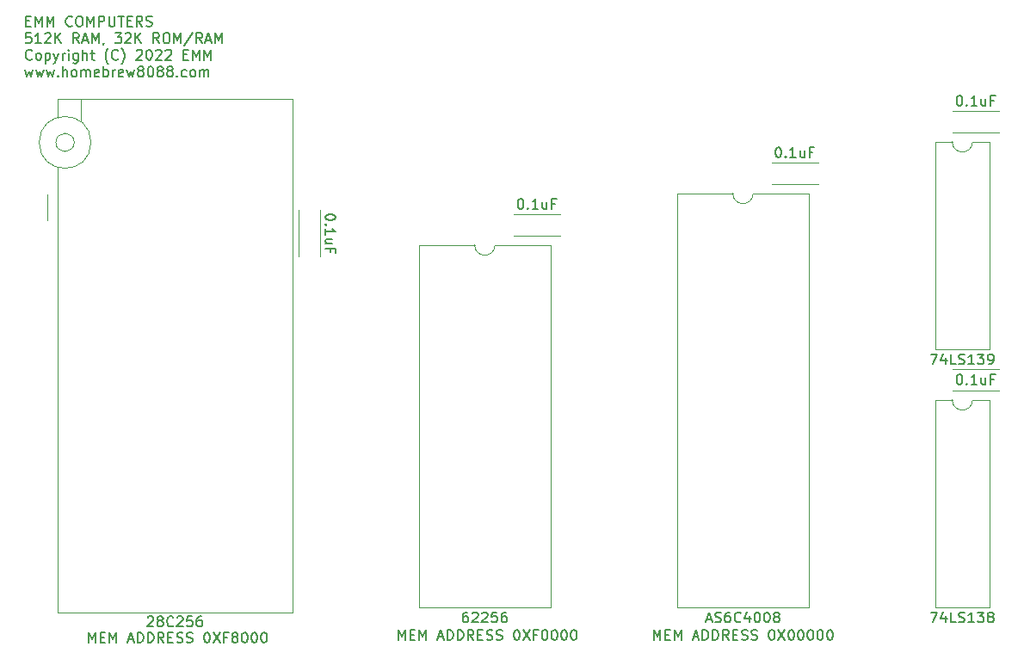
<source format=gbr>
G04 #@! TF.GenerationSoftware,KiCad,Pcbnew,(5.1.8)-1*
G04 #@! TF.CreationDate,2022-01-27T18:09:43-07:00*
G04 #@! TF.ProjectId,512k,3531326b-2e6b-4696-9361-645f70636258,rev?*
G04 #@! TF.SameCoordinates,Original*
G04 #@! TF.FileFunction,Legend,Top*
G04 #@! TF.FilePolarity,Positive*
%FSLAX46Y46*%
G04 Gerber Fmt 4.6, Leading zero omitted, Abs format (unit mm)*
G04 Created by KiCad (PCBNEW (5.1.8)-1) date 2022-01-27 18:09:43*
%MOMM*%
%LPD*%
G01*
G04 APERTURE LIST*
%ADD10C,0.150000*%
%ADD11C,0.120000*%
G04 APERTURE END LIST*
D10*
X89552284Y-121838980D02*
X89552284Y-120838980D01*
X89885618Y-121553266D01*
X90218951Y-120838980D01*
X90218951Y-121838980D01*
X90695141Y-121315171D02*
X91028475Y-121315171D01*
X91171332Y-121838980D02*
X90695141Y-121838980D01*
X90695141Y-120838980D01*
X91171332Y-120838980D01*
X91599903Y-121838980D02*
X91599903Y-120838980D01*
X91933237Y-121553266D01*
X92266570Y-120838980D01*
X92266570Y-121838980D01*
X93457046Y-121553266D02*
X93933237Y-121553266D01*
X93361808Y-121838980D02*
X93695141Y-120838980D01*
X94028475Y-121838980D01*
X94361808Y-121838980D02*
X94361808Y-120838980D01*
X94599903Y-120838980D01*
X94742760Y-120886600D01*
X94837999Y-120981838D01*
X94885618Y-121077076D01*
X94933237Y-121267552D01*
X94933237Y-121410409D01*
X94885618Y-121600885D01*
X94837999Y-121696123D01*
X94742760Y-121791361D01*
X94599903Y-121838980D01*
X94361808Y-121838980D01*
X95361808Y-121838980D02*
X95361808Y-120838980D01*
X95599903Y-120838980D01*
X95742760Y-120886600D01*
X95837999Y-120981838D01*
X95885618Y-121077076D01*
X95933237Y-121267552D01*
X95933237Y-121410409D01*
X95885618Y-121600885D01*
X95837999Y-121696123D01*
X95742760Y-121791361D01*
X95599903Y-121838980D01*
X95361808Y-121838980D01*
X96933237Y-121838980D02*
X96599903Y-121362790D01*
X96361808Y-121838980D02*
X96361808Y-120838980D01*
X96742760Y-120838980D01*
X96837999Y-120886600D01*
X96885618Y-120934219D01*
X96933237Y-121029457D01*
X96933237Y-121172314D01*
X96885618Y-121267552D01*
X96837999Y-121315171D01*
X96742760Y-121362790D01*
X96361808Y-121362790D01*
X97361808Y-121315171D02*
X97695141Y-121315171D01*
X97837999Y-121838980D02*
X97361808Y-121838980D01*
X97361808Y-120838980D01*
X97837999Y-120838980D01*
X98218951Y-121791361D02*
X98361808Y-121838980D01*
X98599903Y-121838980D01*
X98695141Y-121791361D01*
X98742760Y-121743742D01*
X98790380Y-121648504D01*
X98790380Y-121553266D01*
X98742760Y-121458028D01*
X98695141Y-121410409D01*
X98599903Y-121362790D01*
X98409427Y-121315171D01*
X98314189Y-121267552D01*
X98266570Y-121219933D01*
X98218951Y-121124695D01*
X98218951Y-121029457D01*
X98266570Y-120934219D01*
X98314189Y-120886600D01*
X98409427Y-120838980D01*
X98647522Y-120838980D01*
X98790380Y-120886600D01*
X99171332Y-121791361D02*
X99314189Y-121838980D01*
X99552284Y-121838980D01*
X99647522Y-121791361D01*
X99695141Y-121743742D01*
X99742760Y-121648504D01*
X99742760Y-121553266D01*
X99695141Y-121458028D01*
X99647522Y-121410409D01*
X99552284Y-121362790D01*
X99361808Y-121315171D01*
X99266570Y-121267552D01*
X99218951Y-121219933D01*
X99171332Y-121124695D01*
X99171332Y-121029457D01*
X99218951Y-120934219D01*
X99266570Y-120886600D01*
X99361808Y-120838980D01*
X99599903Y-120838980D01*
X99742760Y-120886600D01*
X101123713Y-120838980D02*
X101218951Y-120838980D01*
X101314189Y-120886600D01*
X101361808Y-120934219D01*
X101409427Y-121029457D01*
X101457046Y-121219933D01*
X101457046Y-121458028D01*
X101409427Y-121648504D01*
X101361808Y-121743742D01*
X101314189Y-121791361D01*
X101218951Y-121838980D01*
X101123713Y-121838980D01*
X101028475Y-121791361D01*
X100980856Y-121743742D01*
X100933237Y-121648504D01*
X100885618Y-121458028D01*
X100885618Y-121219933D01*
X100933237Y-121029457D01*
X100980856Y-120934219D01*
X101028475Y-120886600D01*
X101123713Y-120838980D01*
X101790380Y-120838980D02*
X102457046Y-121838980D01*
X102457046Y-120838980D02*
X101790380Y-121838980D01*
X103171332Y-121315171D02*
X102837999Y-121315171D01*
X102837999Y-121838980D02*
X102837999Y-120838980D01*
X103314189Y-120838980D01*
X103837999Y-121267552D02*
X103742760Y-121219933D01*
X103695141Y-121172314D01*
X103647522Y-121077076D01*
X103647522Y-121029457D01*
X103695141Y-120934219D01*
X103742760Y-120886600D01*
X103837999Y-120838980D01*
X104028475Y-120838980D01*
X104123713Y-120886600D01*
X104171332Y-120934219D01*
X104218951Y-121029457D01*
X104218951Y-121077076D01*
X104171332Y-121172314D01*
X104123713Y-121219933D01*
X104028475Y-121267552D01*
X103837999Y-121267552D01*
X103742760Y-121315171D01*
X103695141Y-121362790D01*
X103647522Y-121458028D01*
X103647522Y-121648504D01*
X103695141Y-121743742D01*
X103742760Y-121791361D01*
X103837999Y-121838980D01*
X104028475Y-121838980D01*
X104123713Y-121791361D01*
X104171332Y-121743742D01*
X104218951Y-121648504D01*
X104218951Y-121458028D01*
X104171332Y-121362790D01*
X104123713Y-121315171D01*
X104028475Y-121267552D01*
X104837999Y-120838980D02*
X104933237Y-120838980D01*
X105028475Y-120886600D01*
X105076094Y-120934219D01*
X105123713Y-121029457D01*
X105171332Y-121219933D01*
X105171332Y-121458028D01*
X105123713Y-121648504D01*
X105076094Y-121743742D01*
X105028475Y-121791361D01*
X104933237Y-121838980D01*
X104837999Y-121838980D01*
X104742760Y-121791361D01*
X104695141Y-121743742D01*
X104647522Y-121648504D01*
X104599903Y-121458028D01*
X104599903Y-121219933D01*
X104647522Y-121029457D01*
X104695141Y-120934219D01*
X104742760Y-120886600D01*
X104837999Y-120838980D01*
X105790380Y-120838980D02*
X105885618Y-120838980D01*
X105980856Y-120886600D01*
X106028475Y-120934219D01*
X106076094Y-121029457D01*
X106123713Y-121219933D01*
X106123713Y-121458028D01*
X106076094Y-121648504D01*
X106028475Y-121743742D01*
X105980856Y-121791361D01*
X105885618Y-121838980D01*
X105790380Y-121838980D01*
X105695141Y-121791361D01*
X105647522Y-121743742D01*
X105599903Y-121648504D01*
X105552284Y-121458028D01*
X105552284Y-121219933D01*
X105599903Y-121029457D01*
X105647522Y-120934219D01*
X105695141Y-120886600D01*
X105790380Y-120838980D01*
X106742760Y-120838980D02*
X106837999Y-120838980D01*
X106933237Y-120886600D01*
X106980856Y-120934219D01*
X107028475Y-121029457D01*
X107076094Y-121219933D01*
X107076094Y-121458028D01*
X107028475Y-121648504D01*
X106980856Y-121743742D01*
X106933237Y-121791361D01*
X106837999Y-121838980D01*
X106742760Y-121838980D01*
X106647522Y-121791361D01*
X106599903Y-121743742D01*
X106552284Y-121648504D01*
X106504665Y-121458028D01*
X106504665Y-121219933D01*
X106552284Y-121029457D01*
X106599903Y-120934219D01*
X106647522Y-120886600D01*
X106742760Y-120838980D01*
X145130665Y-121584980D02*
X145130665Y-120584980D01*
X145463999Y-121299266D01*
X145797332Y-120584980D01*
X145797332Y-121584980D01*
X146273522Y-121061171D02*
X146606856Y-121061171D01*
X146749713Y-121584980D02*
X146273522Y-121584980D01*
X146273522Y-120584980D01*
X146749713Y-120584980D01*
X147178284Y-121584980D02*
X147178284Y-120584980D01*
X147511618Y-121299266D01*
X147844951Y-120584980D01*
X147844951Y-121584980D01*
X149035427Y-121299266D02*
X149511618Y-121299266D01*
X148940189Y-121584980D02*
X149273522Y-120584980D01*
X149606856Y-121584980D01*
X149940189Y-121584980D02*
X149940189Y-120584980D01*
X150178284Y-120584980D01*
X150321141Y-120632600D01*
X150416380Y-120727838D01*
X150463999Y-120823076D01*
X150511618Y-121013552D01*
X150511618Y-121156409D01*
X150463999Y-121346885D01*
X150416380Y-121442123D01*
X150321141Y-121537361D01*
X150178284Y-121584980D01*
X149940189Y-121584980D01*
X150940189Y-121584980D02*
X150940189Y-120584980D01*
X151178284Y-120584980D01*
X151321141Y-120632600D01*
X151416380Y-120727838D01*
X151463999Y-120823076D01*
X151511618Y-121013552D01*
X151511618Y-121156409D01*
X151463999Y-121346885D01*
X151416380Y-121442123D01*
X151321141Y-121537361D01*
X151178284Y-121584980D01*
X150940189Y-121584980D01*
X152511618Y-121584980D02*
X152178284Y-121108790D01*
X151940189Y-121584980D02*
X151940189Y-120584980D01*
X152321141Y-120584980D01*
X152416380Y-120632600D01*
X152463999Y-120680219D01*
X152511618Y-120775457D01*
X152511618Y-120918314D01*
X152463999Y-121013552D01*
X152416380Y-121061171D01*
X152321141Y-121108790D01*
X151940189Y-121108790D01*
X152940189Y-121061171D02*
X153273522Y-121061171D01*
X153416380Y-121584980D02*
X152940189Y-121584980D01*
X152940189Y-120584980D01*
X153416380Y-120584980D01*
X153797332Y-121537361D02*
X153940189Y-121584980D01*
X154178284Y-121584980D01*
X154273522Y-121537361D01*
X154321141Y-121489742D01*
X154368760Y-121394504D01*
X154368760Y-121299266D01*
X154321141Y-121204028D01*
X154273522Y-121156409D01*
X154178284Y-121108790D01*
X153987808Y-121061171D01*
X153892570Y-121013552D01*
X153844951Y-120965933D01*
X153797332Y-120870695D01*
X153797332Y-120775457D01*
X153844951Y-120680219D01*
X153892570Y-120632600D01*
X153987808Y-120584980D01*
X154225903Y-120584980D01*
X154368760Y-120632600D01*
X154749713Y-121537361D02*
X154892570Y-121584980D01*
X155130665Y-121584980D01*
X155225903Y-121537361D01*
X155273522Y-121489742D01*
X155321141Y-121394504D01*
X155321141Y-121299266D01*
X155273522Y-121204028D01*
X155225903Y-121156409D01*
X155130665Y-121108790D01*
X154940189Y-121061171D01*
X154844951Y-121013552D01*
X154797332Y-120965933D01*
X154749713Y-120870695D01*
X154749713Y-120775457D01*
X154797332Y-120680219D01*
X154844951Y-120632600D01*
X154940189Y-120584980D01*
X155178284Y-120584980D01*
X155321141Y-120632600D01*
X156702094Y-120584980D02*
X156797332Y-120584980D01*
X156892570Y-120632600D01*
X156940189Y-120680219D01*
X156987808Y-120775457D01*
X157035427Y-120965933D01*
X157035427Y-121204028D01*
X156987808Y-121394504D01*
X156940189Y-121489742D01*
X156892570Y-121537361D01*
X156797332Y-121584980D01*
X156702094Y-121584980D01*
X156606856Y-121537361D01*
X156559237Y-121489742D01*
X156511618Y-121394504D01*
X156463999Y-121204028D01*
X156463999Y-120965933D01*
X156511618Y-120775457D01*
X156559237Y-120680219D01*
X156606856Y-120632600D01*
X156702094Y-120584980D01*
X157368760Y-120584980D02*
X158035427Y-121584980D01*
X158035427Y-120584980D02*
X157368760Y-121584980D01*
X158606856Y-120584980D02*
X158702094Y-120584980D01*
X158797332Y-120632600D01*
X158844951Y-120680219D01*
X158892570Y-120775457D01*
X158940189Y-120965933D01*
X158940189Y-121204028D01*
X158892570Y-121394504D01*
X158844951Y-121489742D01*
X158797332Y-121537361D01*
X158702094Y-121584980D01*
X158606856Y-121584980D01*
X158511618Y-121537361D01*
X158463999Y-121489742D01*
X158416380Y-121394504D01*
X158368760Y-121204028D01*
X158368760Y-120965933D01*
X158416380Y-120775457D01*
X158463999Y-120680219D01*
X158511618Y-120632600D01*
X158606856Y-120584980D01*
X159559237Y-120584980D02*
X159654475Y-120584980D01*
X159749713Y-120632600D01*
X159797332Y-120680219D01*
X159844951Y-120775457D01*
X159892570Y-120965933D01*
X159892570Y-121204028D01*
X159844951Y-121394504D01*
X159797332Y-121489742D01*
X159749713Y-121537361D01*
X159654475Y-121584980D01*
X159559237Y-121584980D01*
X159463999Y-121537361D01*
X159416380Y-121489742D01*
X159368760Y-121394504D01*
X159321141Y-121204028D01*
X159321141Y-120965933D01*
X159368760Y-120775457D01*
X159416380Y-120680219D01*
X159463999Y-120632600D01*
X159559237Y-120584980D01*
X160511618Y-120584980D02*
X160606856Y-120584980D01*
X160702094Y-120632600D01*
X160749713Y-120680219D01*
X160797332Y-120775457D01*
X160844951Y-120965933D01*
X160844951Y-121204028D01*
X160797332Y-121394504D01*
X160749713Y-121489742D01*
X160702094Y-121537361D01*
X160606856Y-121584980D01*
X160511618Y-121584980D01*
X160416380Y-121537361D01*
X160368760Y-121489742D01*
X160321141Y-121394504D01*
X160273522Y-121204028D01*
X160273522Y-120965933D01*
X160321141Y-120775457D01*
X160368760Y-120680219D01*
X160416380Y-120632600D01*
X160511618Y-120584980D01*
X161463999Y-120584980D02*
X161559237Y-120584980D01*
X161654475Y-120632600D01*
X161702094Y-120680219D01*
X161749713Y-120775457D01*
X161797332Y-120965933D01*
X161797332Y-121204028D01*
X161749713Y-121394504D01*
X161702094Y-121489742D01*
X161654475Y-121537361D01*
X161559237Y-121584980D01*
X161463999Y-121584980D01*
X161368760Y-121537361D01*
X161321141Y-121489742D01*
X161273522Y-121394504D01*
X161225903Y-121204028D01*
X161225903Y-120965933D01*
X161273522Y-120775457D01*
X161321141Y-120680219D01*
X161368760Y-120632600D01*
X161463999Y-120584980D01*
X162416380Y-120584980D02*
X162511618Y-120584980D01*
X162606856Y-120632600D01*
X162654475Y-120680219D01*
X162702094Y-120775457D01*
X162749713Y-120965933D01*
X162749713Y-121204028D01*
X162702094Y-121394504D01*
X162654475Y-121489742D01*
X162606856Y-121537361D01*
X162511618Y-121584980D01*
X162416380Y-121584980D01*
X162321141Y-121537361D01*
X162273522Y-121489742D01*
X162225903Y-121394504D01*
X162178284Y-121204028D01*
X162178284Y-120965933D01*
X162225903Y-120775457D01*
X162273522Y-120680219D01*
X162321141Y-120632600D01*
X162416380Y-120584980D01*
X83385975Y-60674171D02*
X83719308Y-60674171D01*
X83862165Y-61197980D02*
X83385975Y-61197980D01*
X83385975Y-60197980D01*
X83862165Y-60197980D01*
X84290737Y-61197980D02*
X84290737Y-60197980D01*
X84624070Y-60912266D01*
X84957403Y-60197980D01*
X84957403Y-61197980D01*
X85433594Y-61197980D02*
X85433594Y-60197980D01*
X85766927Y-60912266D01*
X86100260Y-60197980D01*
X86100260Y-61197980D01*
X87909784Y-61102742D02*
X87862165Y-61150361D01*
X87719308Y-61197980D01*
X87624070Y-61197980D01*
X87481213Y-61150361D01*
X87385975Y-61055123D01*
X87338356Y-60959885D01*
X87290737Y-60769409D01*
X87290737Y-60626552D01*
X87338356Y-60436076D01*
X87385975Y-60340838D01*
X87481213Y-60245600D01*
X87624070Y-60197980D01*
X87719308Y-60197980D01*
X87862165Y-60245600D01*
X87909784Y-60293219D01*
X88528832Y-60197980D02*
X88719308Y-60197980D01*
X88814546Y-60245600D01*
X88909784Y-60340838D01*
X88957403Y-60531314D01*
X88957403Y-60864647D01*
X88909784Y-61055123D01*
X88814546Y-61150361D01*
X88719308Y-61197980D01*
X88528832Y-61197980D01*
X88433594Y-61150361D01*
X88338356Y-61055123D01*
X88290737Y-60864647D01*
X88290737Y-60531314D01*
X88338356Y-60340838D01*
X88433594Y-60245600D01*
X88528832Y-60197980D01*
X89385975Y-61197980D02*
X89385975Y-60197980D01*
X89719308Y-60912266D01*
X90052641Y-60197980D01*
X90052641Y-61197980D01*
X90528832Y-61197980D02*
X90528832Y-60197980D01*
X90909784Y-60197980D01*
X91005022Y-60245600D01*
X91052641Y-60293219D01*
X91100260Y-60388457D01*
X91100260Y-60531314D01*
X91052641Y-60626552D01*
X91005022Y-60674171D01*
X90909784Y-60721790D01*
X90528832Y-60721790D01*
X91528832Y-60197980D02*
X91528832Y-61007504D01*
X91576451Y-61102742D01*
X91624070Y-61150361D01*
X91719308Y-61197980D01*
X91909784Y-61197980D01*
X92005022Y-61150361D01*
X92052641Y-61102742D01*
X92100260Y-61007504D01*
X92100260Y-60197980D01*
X92433594Y-60197980D02*
X93005022Y-60197980D01*
X92719308Y-61197980D02*
X92719308Y-60197980D01*
X93338356Y-60674171D02*
X93671689Y-60674171D01*
X93814546Y-61197980D02*
X93338356Y-61197980D01*
X93338356Y-60197980D01*
X93814546Y-60197980D01*
X94814546Y-61197980D02*
X94481213Y-60721790D01*
X94243118Y-61197980D02*
X94243118Y-60197980D01*
X94624070Y-60197980D01*
X94719308Y-60245600D01*
X94766927Y-60293219D01*
X94814546Y-60388457D01*
X94814546Y-60531314D01*
X94766927Y-60626552D01*
X94719308Y-60674171D01*
X94624070Y-60721790D01*
X94243118Y-60721790D01*
X95195499Y-61150361D02*
X95338356Y-61197980D01*
X95576451Y-61197980D01*
X95671689Y-61150361D01*
X95719308Y-61102742D01*
X95766927Y-61007504D01*
X95766927Y-60912266D01*
X95719308Y-60817028D01*
X95671689Y-60769409D01*
X95576451Y-60721790D01*
X95385975Y-60674171D01*
X95290737Y-60626552D01*
X95243118Y-60578933D01*
X95195499Y-60483695D01*
X95195499Y-60388457D01*
X95243118Y-60293219D01*
X95290737Y-60245600D01*
X95385975Y-60197980D01*
X95624070Y-60197980D01*
X95766927Y-60245600D01*
X83862165Y-61847980D02*
X83385975Y-61847980D01*
X83338356Y-62324171D01*
X83385975Y-62276552D01*
X83481213Y-62228933D01*
X83719308Y-62228933D01*
X83814546Y-62276552D01*
X83862165Y-62324171D01*
X83909784Y-62419409D01*
X83909784Y-62657504D01*
X83862165Y-62752742D01*
X83814546Y-62800361D01*
X83719308Y-62847980D01*
X83481213Y-62847980D01*
X83385975Y-62800361D01*
X83338356Y-62752742D01*
X84862165Y-62847980D02*
X84290737Y-62847980D01*
X84576451Y-62847980D02*
X84576451Y-61847980D01*
X84481213Y-61990838D01*
X84385975Y-62086076D01*
X84290737Y-62133695D01*
X85243118Y-61943219D02*
X85290737Y-61895600D01*
X85385975Y-61847980D01*
X85624070Y-61847980D01*
X85719308Y-61895600D01*
X85766927Y-61943219D01*
X85814546Y-62038457D01*
X85814546Y-62133695D01*
X85766927Y-62276552D01*
X85195499Y-62847980D01*
X85814546Y-62847980D01*
X86243118Y-62847980D02*
X86243118Y-61847980D01*
X86814546Y-62847980D02*
X86385975Y-62276552D01*
X86814546Y-61847980D02*
X86243118Y-62419409D01*
X88576451Y-62847980D02*
X88243118Y-62371790D01*
X88005022Y-62847980D02*
X88005022Y-61847980D01*
X88385975Y-61847980D01*
X88481213Y-61895600D01*
X88528832Y-61943219D01*
X88576451Y-62038457D01*
X88576451Y-62181314D01*
X88528832Y-62276552D01*
X88481213Y-62324171D01*
X88385975Y-62371790D01*
X88005022Y-62371790D01*
X88957403Y-62562266D02*
X89433594Y-62562266D01*
X88862165Y-62847980D02*
X89195499Y-61847980D01*
X89528832Y-62847980D01*
X89862165Y-62847980D02*
X89862165Y-61847980D01*
X90195499Y-62562266D01*
X90528832Y-61847980D01*
X90528832Y-62847980D01*
X91052641Y-62800361D02*
X91052641Y-62847980D01*
X91005022Y-62943219D01*
X90957403Y-62990838D01*
X92147880Y-61847980D02*
X92766927Y-61847980D01*
X92433594Y-62228933D01*
X92576451Y-62228933D01*
X92671689Y-62276552D01*
X92719308Y-62324171D01*
X92766927Y-62419409D01*
X92766927Y-62657504D01*
X92719308Y-62752742D01*
X92671689Y-62800361D01*
X92576451Y-62847980D01*
X92290737Y-62847980D01*
X92195499Y-62800361D01*
X92147880Y-62752742D01*
X93147880Y-61943219D02*
X93195499Y-61895600D01*
X93290737Y-61847980D01*
X93528832Y-61847980D01*
X93624070Y-61895600D01*
X93671689Y-61943219D01*
X93719308Y-62038457D01*
X93719308Y-62133695D01*
X93671689Y-62276552D01*
X93100260Y-62847980D01*
X93719308Y-62847980D01*
X94147880Y-62847980D02*
X94147880Y-61847980D01*
X94719308Y-62847980D02*
X94290737Y-62276552D01*
X94719308Y-61847980D02*
X94147880Y-62419409D01*
X96481213Y-62847980D02*
X96147880Y-62371790D01*
X95909784Y-62847980D02*
X95909784Y-61847980D01*
X96290737Y-61847980D01*
X96385975Y-61895600D01*
X96433594Y-61943219D01*
X96481213Y-62038457D01*
X96481213Y-62181314D01*
X96433594Y-62276552D01*
X96385975Y-62324171D01*
X96290737Y-62371790D01*
X95909784Y-62371790D01*
X97100260Y-61847980D02*
X97290737Y-61847980D01*
X97385975Y-61895600D01*
X97481213Y-61990838D01*
X97528832Y-62181314D01*
X97528832Y-62514647D01*
X97481213Y-62705123D01*
X97385975Y-62800361D01*
X97290737Y-62847980D01*
X97100260Y-62847980D01*
X97005022Y-62800361D01*
X96909784Y-62705123D01*
X96862165Y-62514647D01*
X96862165Y-62181314D01*
X96909784Y-61990838D01*
X97005022Y-61895600D01*
X97100260Y-61847980D01*
X97957403Y-62847980D02*
X97957403Y-61847980D01*
X98290737Y-62562266D01*
X98624070Y-61847980D01*
X98624070Y-62847980D01*
X99814546Y-61800361D02*
X98957403Y-63086076D01*
X100719308Y-62847980D02*
X100385975Y-62371790D01*
X100147880Y-62847980D02*
X100147880Y-61847980D01*
X100528832Y-61847980D01*
X100624070Y-61895600D01*
X100671689Y-61943219D01*
X100719308Y-62038457D01*
X100719308Y-62181314D01*
X100671689Y-62276552D01*
X100624070Y-62324171D01*
X100528832Y-62371790D01*
X100147880Y-62371790D01*
X101100260Y-62562266D02*
X101576451Y-62562266D01*
X101005022Y-62847980D02*
X101338356Y-61847980D01*
X101671689Y-62847980D01*
X102005022Y-62847980D02*
X102005022Y-61847980D01*
X102338356Y-62562266D01*
X102671689Y-61847980D01*
X102671689Y-62847980D01*
X83957403Y-64402742D02*
X83909784Y-64450361D01*
X83766927Y-64497980D01*
X83671689Y-64497980D01*
X83528832Y-64450361D01*
X83433594Y-64355123D01*
X83385975Y-64259885D01*
X83338356Y-64069409D01*
X83338356Y-63926552D01*
X83385975Y-63736076D01*
X83433594Y-63640838D01*
X83528832Y-63545600D01*
X83671689Y-63497980D01*
X83766927Y-63497980D01*
X83909784Y-63545600D01*
X83957403Y-63593219D01*
X84528832Y-64497980D02*
X84433594Y-64450361D01*
X84385975Y-64402742D01*
X84338356Y-64307504D01*
X84338356Y-64021790D01*
X84385975Y-63926552D01*
X84433594Y-63878933D01*
X84528832Y-63831314D01*
X84671689Y-63831314D01*
X84766927Y-63878933D01*
X84814546Y-63926552D01*
X84862165Y-64021790D01*
X84862165Y-64307504D01*
X84814546Y-64402742D01*
X84766927Y-64450361D01*
X84671689Y-64497980D01*
X84528832Y-64497980D01*
X85290737Y-63831314D02*
X85290737Y-64831314D01*
X85290737Y-63878933D02*
X85385975Y-63831314D01*
X85576451Y-63831314D01*
X85671689Y-63878933D01*
X85719308Y-63926552D01*
X85766927Y-64021790D01*
X85766927Y-64307504D01*
X85719308Y-64402742D01*
X85671689Y-64450361D01*
X85576451Y-64497980D01*
X85385975Y-64497980D01*
X85290737Y-64450361D01*
X86100260Y-63831314D02*
X86338356Y-64497980D01*
X86576451Y-63831314D02*
X86338356Y-64497980D01*
X86243118Y-64736076D01*
X86195499Y-64783695D01*
X86100260Y-64831314D01*
X86957403Y-64497980D02*
X86957403Y-63831314D01*
X86957403Y-64021790D02*
X87005022Y-63926552D01*
X87052641Y-63878933D01*
X87147880Y-63831314D01*
X87243118Y-63831314D01*
X87576451Y-64497980D02*
X87576451Y-63831314D01*
X87576451Y-63497980D02*
X87528832Y-63545600D01*
X87576451Y-63593219D01*
X87624070Y-63545600D01*
X87576451Y-63497980D01*
X87576451Y-63593219D01*
X88481213Y-63831314D02*
X88481213Y-64640838D01*
X88433594Y-64736076D01*
X88385975Y-64783695D01*
X88290737Y-64831314D01*
X88147880Y-64831314D01*
X88052641Y-64783695D01*
X88481213Y-64450361D02*
X88385975Y-64497980D01*
X88195499Y-64497980D01*
X88100260Y-64450361D01*
X88052641Y-64402742D01*
X88005022Y-64307504D01*
X88005022Y-64021790D01*
X88052641Y-63926552D01*
X88100260Y-63878933D01*
X88195499Y-63831314D01*
X88385975Y-63831314D01*
X88481213Y-63878933D01*
X88957403Y-64497980D02*
X88957403Y-63497980D01*
X89385975Y-64497980D02*
X89385975Y-63974171D01*
X89338356Y-63878933D01*
X89243118Y-63831314D01*
X89100260Y-63831314D01*
X89005022Y-63878933D01*
X88957403Y-63926552D01*
X89719308Y-63831314D02*
X90100260Y-63831314D01*
X89862165Y-63497980D02*
X89862165Y-64355123D01*
X89909784Y-64450361D01*
X90005022Y-64497980D01*
X90100260Y-64497980D01*
X91481213Y-64878933D02*
X91433594Y-64831314D01*
X91338356Y-64688457D01*
X91290737Y-64593219D01*
X91243118Y-64450361D01*
X91195499Y-64212266D01*
X91195499Y-64021790D01*
X91243118Y-63783695D01*
X91290737Y-63640838D01*
X91338356Y-63545600D01*
X91433594Y-63402742D01*
X91481213Y-63355123D01*
X92433594Y-64402742D02*
X92385975Y-64450361D01*
X92243118Y-64497980D01*
X92147880Y-64497980D01*
X92005022Y-64450361D01*
X91909784Y-64355123D01*
X91862165Y-64259885D01*
X91814546Y-64069409D01*
X91814546Y-63926552D01*
X91862165Y-63736076D01*
X91909784Y-63640838D01*
X92005022Y-63545600D01*
X92147880Y-63497980D01*
X92243118Y-63497980D01*
X92385975Y-63545600D01*
X92433594Y-63593219D01*
X92766927Y-64878933D02*
X92814546Y-64831314D01*
X92909784Y-64688457D01*
X92957403Y-64593219D01*
X93005022Y-64450361D01*
X93052641Y-64212266D01*
X93052641Y-64021790D01*
X93005022Y-63783695D01*
X92957403Y-63640838D01*
X92909784Y-63545600D01*
X92814546Y-63402742D01*
X92766927Y-63355123D01*
X94243118Y-63593219D02*
X94290737Y-63545600D01*
X94385975Y-63497980D01*
X94624070Y-63497980D01*
X94719308Y-63545600D01*
X94766927Y-63593219D01*
X94814546Y-63688457D01*
X94814546Y-63783695D01*
X94766927Y-63926552D01*
X94195499Y-64497980D01*
X94814546Y-64497980D01*
X95433594Y-63497980D02*
X95528832Y-63497980D01*
X95624070Y-63545600D01*
X95671689Y-63593219D01*
X95719308Y-63688457D01*
X95766927Y-63878933D01*
X95766927Y-64117028D01*
X95719308Y-64307504D01*
X95671689Y-64402742D01*
X95624070Y-64450361D01*
X95528832Y-64497980D01*
X95433594Y-64497980D01*
X95338356Y-64450361D01*
X95290737Y-64402742D01*
X95243118Y-64307504D01*
X95195499Y-64117028D01*
X95195499Y-63878933D01*
X95243118Y-63688457D01*
X95290737Y-63593219D01*
X95338356Y-63545600D01*
X95433594Y-63497980D01*
X96147880Y-63593219D02*
X96195499Y-63545600D01*
X96290737Y-63497980D01*
X96528832Y-63497980D01*
X96624070Y-63545600D01*
X96671689Y-63593219D01*
X96719308Y-63688457D01*
X96719308Y-63783695D01*
X96671689Y-63926552D01*
X96100260Y-64497980D01*
X96719308Y-64497980D01*
X97100260Y-63593219D02*
X97147880Y-63545600D01*
X97243118Y-63497980D01*
X97481213Y-63497980D01*
X97576451Y-63545600D01*
X97624070Y-63593219D01*
X97671689Y-63688457D01*
X97671689Y-63783695D01*
X97624070Y-63926552D01*
X97052641Y-64497980D01*
X97671689Y-64497980D01*
X98862165Y-63974171D02*
X99195499Y-63974171D01*
X99338356Y-64497980D02*
X98862165Y-64497980D01*
X98862165Y-63497980D01*
X99338356Y-63497980D01*
X99766927Y-64497980D02*
X99766927Y-63497980D01*
X100100260Y-64212266D01*
X100433594Y-63497980D01*
X100433594Y-64497980D01*
X100909784Y-64497980D02*
X100909784Y-63497980D01*
X101243118Y-64212266D01*
X101576451Y-63497980D01*
X101576451Y-64497980D01*
X83290737Y-65481314D02*
X83481213Y-66147980D01*
X83671689Y-65671790D01*
X83862165Y-66147980D01*
X84052641Y-65481314D01*
X84338356Y-65481314D02*
X84528832Y-66147980D01*
X84719308Y-65671790D01*
X84909784Y-66147980D01*
X85100260Y-65481314D01*
X85385975Y-65481314D02*
X85576451Y-66147980D01*
X85766927Y-65671790D01*
X85957403Y-66147980D01*
X86147880Y-65481314D01*
X86528832Y-66052742D02*
X86576451Y-66100361D01*
X86528832Y-66147980D01*
X86481213Y-66100361D01*
X86528832Y-66052742D01*
X86528832Y-66147980D01*
X87005022Y-66147980D02*
X87005022Y-65147980D01*
X87433594Y-66147980D02*
X87433594Y-65624171D01*
X87385975Y-65528933D01*
X87290737Y-65481314D01*
X87147880Y-65481314D01*
X87052641Y-65528933D01*
X87005022Y-65576552D01*
X88052641Y-66147980D02*
X87957403Y-66100361D01*
X87909784Y-66052742D01*
X87862165Y-65957504D01*
X87862165Y-65671790D01*
X87909784Y-65576552D01*
X87957403Y-65528933D01*
X88052641Y-65481314D01*
X88195499Y-65481314D01*
X88290737Y-65528933D01*
X88338356Y-65576552D01*
X88385975Y-65671790D01*
X88385975Y-65957504D01*
X88338356Y-66052742D01*
X88290737Y-66100361D01*
X88195499Y-66147980D01*
X88052641Y-66147980D01*
X88814546Y-66147980D02*
X88814546Y-65481314D01*
X88814546Y-65576552D02*
X88862165Y-65528933D01*
X88957403Y-65481314D01*
X89100260Y-65481314D01*
X89195499Y-65528933D01*
X89243118Y-65624171D01*
X89243118Y-66147980D01*
X89243118Y-65624171D02*
X89290737Y-65528933D01*
X89385975Y-65481314D01*
X89528832Y-65481314D01*
X89624070Y-65528933D01*
X89671689Y-65624171D01*
X89671689Y-66147980D01*
X90528832Y-66100361D02*
X90433594Y-66147980D01*
X90243118Y-66147980D01*
X90147880Y-66100361D01*
X90100260Y-66005123D01*
X90100260Y-65624171D01*
X90147880Y-65528933D01*
X90243118Y-65481314D01*
X90433594Y-65481314D01*
X90528832Y-65528933D01*
X90576451Y-65624171D01*
X90576451Y-65719409D01*
X90100260Y-65814647D01*
X91005022Y-66147980D02*
X91005022Y-65147980D01*
X91005022Y-65528933D02*
X91100260Y-65481314D01*
X91290737Y-65481314D01*
X91385975Y-65528933D01*
X91433594Y-65576552D01*
X91481213Y-65671790D01*
X91481213Y-65957504D01*
X91433594Y-66052742D01*
X91385975Y-66100361D01*
X91290737Y-66147980D01*
X91100260Y-66147980D01*
X91005022Y-66100361D01*
X91909784Y-66147980D02*
X91909784Y-65481314D01*
X91909784Y-65671790D02*
X91957403Y-65576552D01*
X92005022Y-65528933D01*
X92100260Y-65481314D01*
X92195499Y-65481314D01*
X92909784Y-66100361D02*
X92814546Y-66147980D01*
X92624070Y-66147980D01*
X92528832Y-66100361D01*
X92481213Y-66005123D01*
X92481213Y-65624171D01*
X92528832Y-65528933D01*
X92624070Y-65481314D01*
X92814546Y-65481314D01*
X92909784Y-65528933D01*
X92957403Y-65624171D01*
X92957403Y-65719409D01*
X92481213Y-65814647D01*
X93290737Y-65481314D02*
X93481213Y-66147980D01*
X93671689Y-65671790D01*
X93862165Y-66147980D01*
X94052641Y-65481314D01*
X94576451Y-65576552D02*
X94481213Y-65528933D01*
X94433594Y-65481314D01*
X94385975Y-65386076D01*
X94385975Y-65338457D01*
X94433594Y-65243219D01*
X94481213Y-65195600D01*
X94576451Y-65147980D01*
X94766927Y-65147980D01*
X94862165Y-65195600D01*
X94909784Y-65243219D01*
X94957403Y-65338457D01*
X94957403Y-65386076D01*
X94909784Y-65481314D01*
X94862165Y-65528933D01*
X94766927Y-65576552D01*
X94576451Y-65576552D01*
X94481213Y-65624171D01*
X94433594Y-65671790D01*
X94385975Y-65767028D01*
X94385975Y-65957504D01*
X94433594Y-66052742D01*
X94481213Y-66100361D01*
X94576451Y-66147980D01*
X94766927Y-66147980D01*
X94862165Y-66100361D01*
X94909784Y-66052742D01*
X94957403Y-65957504D01*
X94957403Y-65767028D01*
X94909784Y-65671790D01*
X94862165Y-65624171D01*
X94766927Y-65576552D01*
X95576451Y-65147980D02*
X95671689Y-65147980D01*
X95766927Y-65195600D01*
X95814546Y-65243219D01*
X95862165Y-65338457D01*
X95909784Y-65528933D01*
X95909784Y-65767028D01*
X95862165Y-65957504D01*
X95814546Y-66052742D01*
X95766927Y-66100361D01*
X95671689Y-66147980D01*
X95576451Y-66147980D01*
X95481213Y-66100361D01*
X95433594Y-66052742D01*
X95385975Y-65957504D01*
X95338356Y-65767028D01*
X95338356Y-65528933D01*
X95385975Y-65338457D01*
X95433594Y-65243219D01*
X95481213Y-65195600D01*
X95576451Y-65147980D01*
X96481213Y-65576552D02*
X96385975Y-65528933D01*
X96338356Y-65481314D01*
X96290737Y-65386076D01*
X96290737Y-65338457D01*
X96338356Y-65243219D01*
X96385975Y-65195600D01*
X96481213Y-65147980D01*
X96671689Y-65147980D01*
X96766927Y-65195600D01*
X96814546Y-65243219D01*
X96862165Y-65338457D01*
X96862165Y-65386076D01*
X96814546Y-65481314D01*
X96766927Y-65528933D01*
X96671689Y-65576552D01*
X96481213Y-65576552D01*
X96385975Y-65624171D01*
X96338356Y-65671790D01*
X96290737Y-65767028D01*
X96290737Y-65957504D01*
X96338356Y-66052742D01*
X96385975Y-66100361D01*
X96481213Y-66147980D01*
X96671689Y-66147980D01*
X96766927Y-66100361D01*
X96814546Y-66052742D01*
X96862165Y-65957504D01*
X96862165Y-65767028D01*
X96814546Y-65671790D01*
X96766927Y-65624171D01*
X96671689Y-65576552D01*
X97433594Y-65576552D02*
X97338356Y-65528933D01*
X97290737Y-65481314D01*
X97243118Y-65386076D01*
X97243118Y-65338457D01*
X97290737Y-65243219D01*
X97338356Y-65195600D01*
X97433594Y-65147980D01*
X97624070Y-65147980D01*
X97719308Y-65195600D01*
X97766927Y-65243219D01*
X97814546Y-65338457D01*
X97814546Y-65386076D01*
X97766927Y-65481314D01*
X97719308Y-65528933D01*
X97624070Y-65576552D01*
X97433594Y-65576552D01*
X97338356Y-65624171D01*
X97290737Y-65671790D01*
X97243118Y-65767028D01*
X97243118Y-65957504D01*
X97290737Y-66052742D01*
X97338356Y-66100361D01*
X97433594Y-66147980D01*
X97624070Y-66147980D01*
X97719308Y-66100361D01*
X97766927Y-66052742D01*
X97814546Y-65957504D01*
X97814546Y-65767028D01*
X97766927Y-65671790D01*
X97719308Y-65624171D01*
X97624070Y-65576552D01*
X98243118Y-66052742D02*
X98290737Y-66100361D01*
X98243118Y-66147980D01*
X98195499Y-66100361D01*
X98243118Y-66052742D01*
X98243118Y-66147980D01*
X99147880Y-66100361D02*
X99052641Y-66147980D01*
X98862165Y-66147980D01*
X98766927Y-66100361D01*
X98719308Y-66052742D01*
X98671689Y-65957504D01*
X98671689Y-65671790D01*
X98719308Y-65576552D01*
X98766927Y-65528933D01*
X98862165Y-65481314D01*
X99052641Y-65481314D01*
X99147880Y-65528933D01*
X99719308Y-66147980D02*
X99624070Y-66100361D01*
X99576451Y-66052742D01*
X99528832Y-65957504D01*
X99528832Y-65671790D01*
X99576451Y-65576552D01*
X99624070Y-65528933D01*
X99719308Y-65481314D01*
X99862165Y-65481314D01*
X99957403Y-65528933D01*
X100005022Y-65576552D01*
X100052641Y-65671790D01*
X100052641Y-65957504D01*
X100005022Y-66052742D01*
X99957403Y-66100361D01*
X99862165Y-66147980D01*
X99719308Y-66147980D01*
X100481213Y-66147980D02*
X100481213Y-65481314D01*
X100481213Y-65576552D02*
X100528832Y-65528933D01*
X100624070Y-65481314D01*
X100766927Y-65481314D01*
X100862165Y-65528933D01*
X100909784Y-65624171D01*
X100909784Y-66147980D01*
X100909784Y-65624171D02*
X100957403Y-65528933D01*
X101052641Y-65481314D01*
X101195499Y-65481314D01*
X101290737Y-65528933D01*
X101338356Y-65624171D01*
X101338356Y-66147980D01*
X120032284Y-121584980D02*
X120032284Y-120584980D01*
X120365618Y-121299266D01*
X120698951Y-120584980D01*
X120698951Y-121584980D01*
X121175141Y-121061171D02*
X121508475Y-121061171D01*
X121651332Y-121584980D02*
X121175141Y-121584980D01*
X121175141Y-120584980D01*
X121651332Y-120584980D01*
X122079903Y-121584980D02*
X122079903Y-120584980D01*
X122413237Y-121299266D01*
X122746570Y-120584980D01*
X122746570Y-121584980D01*
X123937046Y-121299266D02*
X124413237Y-121299266D01*
X123841808Y-121584980D02*
X124175141Y-120584980D01*
X124508475Y-121584980D01*
X124841808Y-121584980D02*
X124841808Y-120584980D01*
X125079903Y-120584980D01*
X125222760Y-120632600D01*
X125317999Y-120727838D01*
X125365618Y-120823076D01*
X125413237Y-121013552D01*
X125413237Y-121156409D01*
X125365618Y-121346885D01*
X125317999Y-121442123D01*
X125222760Y-121537361D01*
X125079903Y-121584980D01*
X124841808Y-121584980D01*
X125841808Y-121584980D02*
X125841808Y-120584980D01*
X126079903Y-120584980D01*
X126222760Y-120632600D01*
X126317999Y-120727838D01*
X126365618Y-120823076D01*
X126413237Y-121013552D01*
X126413237Y-121156409D01*
X126365618Y-121346885D01*
X126317999Y-121442123D01*
X126222760Y-121537361D01*
X126079903Y-121584980D01*
X125841808Y-121584980D01*
X127413237Y-121584980D02*
X127079903Y-121108790D01*
X126841808Y-121584980D02*
X126841808Y-120584980D01*
X127222760Y-120584980D01*
X127317999Y-120632600D01*
X127365618Y-120680219D01*
X127413237Y-120775457D01*
X127413237Y-120918314D01*
X127365618Y-121013552D01*
X127317999Y-121061171D01*
X127222760Y-121108790D01*
X126841808Y-121108790D01*
X127841808Y-121061171D02*
X128175141Y-121061171D01*
X128317999Y-121584980D02*
X127841808Y-121584980D01*
X127841808Y-120584980D01*
X128317999Y-120584980D01*
X128698951Y-121537361D02*
X128841808Y-121584980D01*
X129079903Y-121584980D01*
X129175141Y-121537361D01*
X129222760Y-121489742D01*
X129270380Y-121394504D01*
X129270380Y-121299266D01*
X129222760Y-121204028D01*
X129175141Y-121156409D01*
X129079903Y-121108790D01*
X128889427Y-121061171D01*
X128794189Y-121013552D01*
X128746570Y-120965933D01*
X128698951Y-120870695D01*
X128698951Y-120775457D01*
X128746570Y-120680219D01*
X128794189Y-120632600D01*
X128889427Y-120584980D01*
X129127522Y-120584980D01*
X129270380Y-120632600D01*
X129651332Y-121537361D02*
X129794189Y-121584980D01*
X130032284Y-121584980D01*
X130127522Y-121537361D01*
X130175141Y-121489742D01*
X130222760Y-121394504D01*
X130222760Y-121299266D01*
X130175141Y-121204028D01*
X130127522Y-121156409D01*
X130032284Y-121108790D01*
X129841808Y-121061171D01*
X129746570Y-121013552D01*
X129698951Y-120965933D01*
X129651332Y-120870695D01*
X129651332Y-120775457D01*
X129698951Y-120680219D01*
X129746570Y-120632600D01*
X129841808Y-120584980D01*
X130079903Y-120584980D01*
X130222760Y-120632600D01*
X131603713Y-120584980D02*
X131698951Y-120584980D01*
X131794189Y-120632600D01*
X131841808Y-120680219D01*
X131889427Y-120775457D01*
X131937046Y-120965933D01*
X131937046Y-121204028D01*
X131889427Y-121394504D01*
X131841808Y-121489742D01*
X131794189Y-121537361D01*
X131698951Y-121584980D01*
X131603713Y-121584980D01*
X131508475Y-121537361D01*
X131460856Y-121489742D01*
X131413237Y-121394504D01*
X131365618Y-121204028D01*
X131365618Y-120965933D01*
X131413237Y-120775457D01*
X131460856Y-120680219D01*
X131508475Y-120632600D01*
X131603713Y-120584980D01*
X132270380Y-120584980D02*
X132937046Y-121584980D01*
X132937046Y-120584980D02*
X132270380Y-121584980D01*
X133651332Y-121061171D02*
X133317999Y-121061171D01*
X133317999Y-121584980D02*
X133317999Y-120584980D01*
X133794189Y-120584980D01*
X134365618Y-120584980D02*
X134460856Y-120584980D01*
X134556094Y-120632600D01*
X134603713Y-120680219D01*
X134651332Y-120775457D01*
X134698951Y-120965933D01*
X134698951Y-121204028D01*
X134651332Y-121394504D01*
X134603713Y-121489742D01*
X134556094Y-121537361D01*
X134460856Y-121584980D01*
X134365618Y-121584980D01*
X134270380Y-121537361D01*
X134222760Y-121489742D01*
X134175141Y-121394504D01*
X134127522Y-121204028D01*
X134127522Y-120965933D01*
X134175141Y-120775457D01*
X134222760Y-120680219D01*
X134270380Y-120632600D01*
X134365618Y-120584980D01*
X135317999Y-120584980D02*
X135413237Y-120584980D01*
X135508475Y-120632600D01*
X135556094Y-120680219D01*
X135603713Y-120775457D01*
X135651332Y-120965933D01*
X135651332Y-121204028D01*
X135603713Y-121394504D01*
X135556094Y-121489742D01*
X135508475Y-121537361D01*
X135413237Y-121584980D01*
X135317999Y-121584980D01*
X135222760Y-121537361D01*
X135175141Y-121489742D01*
X135127522Y-121394504D01*
X135079903Y-121204028D01*
X135079903Y-120965933D01*
X135127522Y-120775457D01*
X135175141Y-120680219D01*
X135222760Y-120632600D01*
X135317999Y-120584980D01*
X136270380Y-120584980D02*
X136365618Y-120584980D01*
X136460856Y-120632600D01*
X136508475Y-120680219D01*
X136556094Y-120775457D01*
X136603713Y-120965933D01*
X136603713Y-121204028D01*
X136556094Y-121394504D01*
X136508475Y-121489742D01*
X136460856Y-121537361D01*
X136365618Y-121584980D01*
X136270380Y-121584980D01*
X136175141Y-121537361D01*
X136127522Y-121489742D01*
X136079903Y-121394504D01*
X136032284Y-121204028D01*
X136032284Y-120965933D01*
X136079903Y-120775457D01*
X136127522Y-120680219D01*
X136175141Y-120632600D01*
X136270380Y-120584980D01*
X137222760Y-120584980D02*
X137317999Y-120584980D01*
X137413237Y-120632600D01*
X137460856Y-120680219D01*
X137508475Y-120775457D01*
X137556094Y-120965933D01*
X137556094Y-121204028D01*
X137508475Y-121394504D01*
X137460856Y-121489742D01*
X137413237Y-121537361D01*
X137317999Y-121584980D01*
X137222760Y-121584980D01*
X137127522Y-121537361D01*
X137079903Y-121489742D01*
X137032284Y-121394504D01*
X136984665Y-121204028D01*
X136984665Y-120965933D01*
X137032284Y-120775457D01*
X137079903Y-120680219D01*
X137127522Y-120632600D01*
X137222760Y-120584980D01*
D11*
G04 #@! TO.C,U5*
X174506380Y-97958600D02*
X172856380Y-97958600D01*
X172856380Y-97958600D02*
X172856380Y-118398600D01*
X172856380Y-118398600D02*
X178156380Y-118398600D01*
X178156380Y-118398600D02*
X178156380Y-97958600D01*
X178156380Y-97958600D02*
X176506380Y-97958600D01*
X176506380Y-97958600D02*
G75*
G02*
X174506380Y-97958600I-1000000J0D01*
G01*
G04 #@! TO.C,U4*
X174506380Y-72558600D02*
X172856380Y-72558600D01*
X172856380Y-72558600D02*
X172856380Y-92998600D01*
X172856380Y-92998600D02*
X178156380Y-92998600D01*
X178156380Y-92998600D02*
X178156380Y-72558600D01*
X178156380Y-72558600D02*
X176506380Y-72558600D01*
X176506380Y-72558600D02*
G75*
G02*
X174506380Y-72558600I-1000000J0D01*
G01*
G04 #@! TO.C,C5*
X174546380Y-94916600D02*
X179086380Y-94916600D01*
X174546380Y-97056600D02*
X179086380Y-97056600D01*
X174546380Y-94916600D02*
X174546380Y-94931600D01*
X174546380Y-97041600D02*
X174546380Y-97056600D01*
X179086380Y-94916600D02*
X179086380Y-94931600D01*
X179086380Y-97041600D02*
X179086380Y-97056600D01*
G04 #@! TO.C,C4*
X174546380Y-69516600D02*
X179086380Y-69516600D01*
X174546380Y-71656600D02*
X179086380Y-71656600D01*
X174546380Y-69516600D02*
X174546380Y-69531600D01*
X174546380Y-71641600D02*
X174546380Y-71656600D01*
X179086380Y-69516600D02*
X179086380Y-69531600D01*
X179086380Y-71641600D02*
X179086380Y-71656600D01*
G04 #@! TO.C,C3*
X156766380Y-74596600D02*
X161306380Y-74596600D01*
X156766380Y-76736600D02*
X161306380Y-76736600D01*
X156766380Y-74596600D02*
X156766380Y-74611600D01*
X156766380Y-76721600D02*
X156766380Y-76736600D01*
X161306380Y-74596600D02*
X161306380Y-74611600D01*
X161306380Y-76721600D02*
X161306380Y-76736600D01*
G04 #@! TO.C,C2*
X131366380Y-79676600D02*
X135906380Y-79676600D01*
X131366380Y-81816600D02*
X135906380Y-81816600D01*
X131366380Y-79676600D02*
X131366380Y-79691600D01*
X131366380Y-81801600D02*
X131366380Y-81816600D01*
X135906380Y-79676600D02*
X135906380Y-79691600D01*
X135906380Y-81801600D02*
X135906380Y-81816600D01*
G04 #@! TO.C,U2*
X85466380Y-80238600D02*
X85466380Y-77698600D01*
X88766380Y-68308600D02*
X88766380Y-70568600D01*
X86486380Y-68308600D02*
X86486380Y-70168600D01*
X109586380Y-68308600D02*
X86486380Y-68308600D01*
X109586380Y-118908600D02*
X109586380Y-68308600D01*
X86486380Y-118908600D02*
X109586380Y-118908600D01*
X86486380Y-75068600D02*
X86486380Y-118908600D01*
X88116380Y-72618600D02*
G75*
G03*
X88116380Y-72618600I-900000J0D01*
G01*
X89766380Y-72618600D02*
G75*
G03*
X89766380Y-72618600I-2550000J0D01*
G01*
G04 #@! TO.C,U1*
X134976380Y-82718600D02*
X129516380Y-82718600D01*
X134976380Y-118398600D02*
X134976380Y-82718600D01*
X122056380Y-118398600D02*
X134976380Y-118398600D01*
X122056380Y-82718600D02*
X122056380Y-118398600D01*
X127516380Y-82718600D02*
X122056380Y-82718600D01*
X129516380Y-82718600D02*
G75*
G02*
X127516380Y-82718600I-1000000J0D01*
G01*
G04 #@! TO.C,C1*
X112299380Y-79278600D02*
X112314380Y-79278600D01*
X110174380Y-79278600D02*
X110189380Y-79278600D01*
X112299380Y-83818600D02*
X112314380Y-83818600D01*
X110174380Y-83818600D02*
X110189380Y-83818600D01*
X112314380Y-83818600D02*
X112314380Y-79278600D01*
X110174380Y-83818600D02*
X110174380Y-79278600D01*
G04 #@! TO.C,U3*
X160376380Y-77638600D02*
X154916380Y-77638600D01*
X160376380Y-118398600D02*
X160376380Y-77638600D01*
X147456380Y-118398600D02*
X160376380Y-118398600D01*
X147456380Y-77638600D02*
X147456380Y-118398600D01*
X152916380Y-77638600D02*
X147456380Y-77638600D01*
X154916380Y-77638600D02*
G75*
G02*
X152916380Y-77638600I-1000000J0D01*
G01*
G04 #@! TO.C,U5*
D10*
X172387332Y-118850980D02*
X173053999Y-118850980D01*
X172625427Y-119850980D01*
X173863522Y-119184314D02*
X173863522Y-119850980D01*
X173625427Y-118803361D02*
X173387332Y-119517647D01*
X174006380Y-119517647D01*
X174863522Y-119850980D02*
X174387332Y-119850980D01*
X174387332Y-118850980D01*
X175149237Y-119803361D02*
X175292094Y-119850980D01*
X175530189Y-119850980D01*
X175625427Y-119803361D01*
X175673046Y-119755742D01*
X175720665Y-119660504D01*
X175720665Y-119565266D01*
X175673046Y-119470028D01*
X175625427Y-119422409D01*
X175530189Y-119374790D01*
X175339713Y-119327171D01*
X175244475Y-119279552D01*
X175196856Y-119231933D01*
X175149237Y-119136695D01*
X175149237Y-119041457D01*
X175196856Y-118946219D01*
X175244475Y-118898600D01*
X175339713Y-118850980D01*
X175577808Y-118850980D01*
X175720665Y-118898600D01*
X176673046Y-119850980D02*
X176101618Y-119850980D01*
X176387332Y-119850980D02*
X176387332Y-118850980D01*
X176292094Y-118993838D01*
X176196856Y-119089076D01*
X176101618Y-119136695D01*
X177006380Y-118850980D02*
X177625427Y-118850980D01*
X177292094Y-119231933D01*
X177434951Y-119231933D01*
X177530189Y-119279552D01*
X177577808Y-119327171D01*
X177625427Y-119422409D01*
X177625427Y-119660504D01*
X177577808Y-119755742D01*
X177530189Y-119803361D01*
X177434951Y-119850980D01*
X177149237Y-119850980D01*
X177053999Y-119803361D01*
X177006380Y-119755742D01*
X178196856Y-119279552D02*
X178101618Y-119231933D01*
X178053999Y-119184314D01*
X178006380Y-119089076D01*
X178006380Y-119041457D01*
X178053999Y-118946219D01*
X178101618Y-118898600D01*
X178196856Y-118850980D01*
X178387332Y-118850980D01*
X178482570Y-118898600D01*
X178530189Y-118946219D01*
X178577808Y-119041457D01*
X178577808Y-119089076D01*
X178530189Y-119184314D01*
X178482570Y-119231933D01*
X178387332Y-119279552D01*
X178196856Y-119279552D01*
X178101618Y-119327171D01*
X178053999Y-119374790D01*
X178006380Y-119470028D01*
X178006380Y-119660504D01*
X178053999Y-119755742D01*
X178101618Y-119803361D01*
X178196856Y-119850980D01*
X178387332Y-119850980D01*
X178482570Y-119803361D01*
X178530189Y-119755742D01*
X178577808Y-119660504D01*
X178577808Y-119470028D01*
X178530189Y-119374790D01*
X178482570Y-119327171D01*
X178387332Y-119279552D01*
G04 #@! TO.C,U4*
X172387332Y-93450980D02*
X173053999Y-93450980D01*
X172625427Y-94450980D01*
X173863522Y-93784314D02*
X173863522Y-94450980D01*
X173625427Y-93403361D02*
X173387332Y-94117647D01*
X174006380Y-94117647D01*
X174863522Y-94450980D02*
X174387332Y-94450980D01*
X174387332Y-93450980D01*
X175149237Y-94403361D02*
X175292094Y-94450980D01*
X175530189Y-94450980D01*
X175625427Y-94403361D01*
X175673046Y-94355742D01*
X175720665Y-94260504D01*
X175720665Y-94165266D01*
X175673046Y-94070028D01*
X175625427Y-94022409D01*
X175530189Y-93974790D01*
X175339713Y-93927171D01*
X175244475Y-93879552D01*
X175196856Y-93831933D01*
X175149237Y-93736695D01*
X175149237Y-93641457D01*
X175196856Y-93546219D01*
X175244475Y-93498600D01*
X175339713Y-93450980D01*
X175577808Y-93450980D01*
X175720665Y-93498600D01*
X176673046Y-94450980D02*
X176101618Y-94450980D01*
X176387332Y-94450980D02*
X176387332Y-93450980D01*
X176292094Y-93593838D01*
X176196856Y-93689076D01*
X176101618Y-93736695D01*
X177006380Y-93450980D02*
X177625427Y-93450980D01*
X177292094Y-93831933D01*
X177434951Y-93831933D01*
X177530189Y-93879552D01*
X177577808Y-93927171D01*
X177625427Y-94022409D01*
X177625427Y-94260504D01*
X177577808Y-94355742D01*
X177530189Y-94403361D01*
X177434951Y-94450980D01*
X177149237Y-94450980D01*
X177053999Y-94403361D01*
X177006380Y-94355742D01*
X178101618Y-94450980D02*
X178292094Y-94450980D01*
X178387332Y-94403361D01*
X178434951Y-94355742D01*
X178530189Y-94212885D01*
X178577808Y-94022409D01*
X178577808Y-93641457D01*
X178530189Y-93546219D01*
X178482570Y-93498600D01*
X178387332Y-93450980D01*
X178196856Y-93450980D01*
X178101618Y-93498600D01*
X178053999Y-93546219D01*
X178006380Y-93641457D01*
X178006380Y-93879552D01*
X178053999Y-93974790D01*
X178101618Y-94022409D01*
X178196856Y-94070028D01*
X178387332Y-94070028D01*
X178482570Y-94022409D01*
X178530189Y-93974790D01*
X178577808Y-93879552D01*
G04 #@! TO.C,C5*
X175173522Y-95438980D02*
X175268760Y-95438980D01*
X175363999Y-95486600D01*
X175411618Y-95534219D01*
X175459237Y-95629457D01*
X175506856Y-95819933D01*
X175506856Y-96058028D01*
X175459237Y-96248504D01*
X175411618Y-96343742D01*
X175363999Y-96391361D01*
X175268760Y-96438980D01*
X175173522Y-96438980D01*
X175078284Y-96391361D01*
X175030665Y-96343742D01*
X174983046Y-96248504D01*
X174935427Y-96058028D01*
X174935427Y-95819933D01*
X174983046Y-95629457D01*
X175030665Y-95534219D01*
X175078284Y-95486600D01*
X175173522Y-95438980D01*
X175935427Y-96343742D02*
X175983046Y-96391361D01*
X175935427Y-96438980D01*
X175887808Y-96391361D01*
X175935427Y-96343742D01*
X175935427Y-96438980D01*
X176935427Y-96438980D02*
X176363999Y-96438980D01*
X176649713Y-96438980D02*
X176649713Y-95438980D01*
X176554475Y-95581838D01*
X176459237Y-95677076D01*
X176363999Y-95724695D01*
X177792570Y-95772314D02*
X177792570Y-96438980D01*
X177363999Y-95772314D02*
X177363999Y-96296123D01*
X177411618Y-96391361D01*
X177506856Y-96438980D01*
X177649713Y-96438980D01*
X177744951Y-96391361D01*
X177792570Y-96343742D01*
X178602094Y-95915171D02*
X178268760Y-95915171D01*
X178268760Y-96438980D02*
X178268760Y-95438980D01*
X178744951Y-95438980D01*
G04 #@! TO.C,C4*
X175173522Y-68006980D02*
X175268760Y-68006980D01*
X175363999Y-68054600D01*
X175411618Y-68102219D01*
X175459237Y-68197457D01*
X175506856Y-68387933D01*
X175506856Y-68626028D01*
X175459237Y-68816504D01*
X175411618Y-68911742D01*
X175363999Y-68959361D01*
X175268760Y-69006980D01*
X175173522Y-69006980D01*
X175078284Y-68959361D01*
X175030665Y-68911742D01*
X174983046Y-68816504D01*
X174935427Y-68626028D01*
X174935427Y-68387933D01*
X174983046Y-68197457D01*
X175030665Y-68102219D01*
X175078284Y-68054600D01*
X175173522Y-68006980D01*
X175935427Y-68911742D02*
X175983046Y-68959361D01*
X175935427Y-69006980D01*
X175887808Y-68959361D01*
X175935427Y-68911742D01*
X175935427Y-69006980D01*
X176935427Y-69006980D02*
X176363999Y-69006980D01*
X176649713Y-69006980D02*
X176649713Y-68006980D01*
X176554475Y-68149838D01*
X176459237Y-68245076D01*
X176363999Y-68292695D01*
X177792570Y-68340314D02*
X177792570Y-69006980D01*
X177363999Y-68340314D02*
X177363999Y-68864123D01*
X177411618Y-68959361D01*
X177506856Y-69006980D01*
X177649713Y-69006980D01*
X177744951Y-68959361D01*
X177792570Y-68911742D01*
X178602094Y-68483171D02*
X178268760Y-68483171D01*
X178268760Y-69006980D02*
X178268760Y-68006980D01*
X178744951Y-68006980D01*
G04 #@! TO.C,C3*
X157353522Y-73086980D02*
X157448760Y-73086980D01*
X157543999Y-73134600D01*
X157591618Y-73182219D01*
X157639237Y-73277457D01*
X157686856Y-73467933D01*
X157686856Y-73706028D01*
X157639237Y-73896504D01*
X157591618Y-73991742D01*
X157543999Y-74039361D01*
X157448760Y-74086980D01*
X157353522Y-74086980D01*
X157258284Y-74039361D01*
X157210665Y-73991742D01*
X157163046Y-73896504D01*
X157115427Y-73706028D01*
X157115427Y-73467933D01*
X157163046Y-73277457D01*
X157210665Y-73182219D01*
X157258284Y-73134600D01*
X157353522Y-73086980D01*
X158115427Y-73991742D02*
X158163046Y-74039361D01*
X158115427Y-74086980D01*
X158067808Y-74039361D01*
X158115427Y-73991742D01*
X158115427Y-74086980D01*
X159115427Y-74086980D02*
X158543999Y-74086980D01*
X158829713Y-74086980D02*
X158829713Y-73086980D01*
X158734475Y-73229838D01*
X158639237Y-73325076D01*
X158543999Y-73372695D01*
X159972570Y-73420314D02*
X159972570Y-74086980D01*
X159543999Y-73420314D02*
X159543999Y-73944123D01*
X159591618Y-74039361D01*
X159686856Y-74086980D01*
X159829713Y-74086980D01*
X159924951Y-74039361D01*
X159972570Y-73991742D01*
X160782094Y-73563171D02*
X160448760Y-73563171D01*
X160448760Y-74086980D02*
X160448760Y-73086980D01*
X160924951Y-73086980D01*
G04 #@! TO.C,C2*
X131993522Y-78166980D02*
X132088760Y-78166980D01*
X132183999Y-78214600D01*
X132231618Y-78262219D01*
X132279237Y-78357457D01*
X132326856Y-78547933D01*
X132326856Y-78786028D01*
X132279237Y-78976504D01*
X132231618Y-79071742D01*
X132183999Y-79119361D01*
X132088760Y-79166980D01*
X131993522Y-79166980D01*
X131898284Y-79119361D01*
X131850665Y-79071742D01*
X131803046Y-78976504D01*
X131755427Y-78786028D01*
X131755427Y-78547933D01*
X131803046Y-78357457D01*
X131850665Y-78262219D01*
X131898284Y-78214600D01*
X131993522Y-78166980D01*
X132755427Y-79071742D02*
X132803046Y-79119361D01*
X132755427Y-79166980D01*
X132707808Y-79119361D01*
X132755427Y-79071742D01*
X132755427Y-79166980D01*
X133755427Y-79166980D02*
X133183999Y-79166980D01*
X133469713Y-79166980D02*
X133469713Y-78166980D01*
X133374475Y-78309838D01*
X133279237Y-78405076D01*
X133183999Y-78452695D01*
X134612570Y-78500314D02*
X134612570Y-79166980D01*
X134183999Y-78500314D02*
X134183999Y-79024123D01*
X134231618Y-79119361D01*
X134326856Y-79166980D01*
X134469713Y-79166980D01*
X134564951Y-79119361D01*
X134612570Y-79071742D01*
X135422094Y-78643171D02*
X135088760Y-78643171D01*
X135088760Y-79166980D02*
X135088760Y-78166980D01*
X135564951Y-78166980D01*
G04 #@! TO.C,U2*
X95345903Y-119356219D02*
X95393522Y-119308600D01*
X95488760Y-119260980D01*
X95726856Y-119260980D01*
X95822094Y-119308600D01*
X95869713Y-119356219D01*
X95917332Y-119451457D01*
X95917332Y-119546695D01*
X95869713Y-119689552D01*
X95298284Y-120260980D01*
X95917332Y-120260980D01*
X96488760Y-119689552D02*
X96393522Y-119641933D01*
X96345903Y-119594314D01*
X96298284Y-119499076D01*
X96298284Y-119451457D01*
X96345903Y-119356219D01*
X96393522Y-119308600D01*
X96488760Y-119260980D01*
X96679237Y-119260980D01*
X96774475Y-119308600D01*
X96822094Y-119356219D01*
X96869713Y-119451457D01*
X96869713Y-119499076D01*
X96822094Y-119594314D01*
X96774475Y-119641933D01*
X96679237Y-119689552D01*
X96488760Y-119689552D01*
X96393522Y-119737171D01*
X96345903Y-119784790D01*
X96298284Y-119880028D01*
X96298284Y-120070504D01*
X96345903Y-120165742D01*
X96393522Y-120213361D01*
X96488760Y-120260980D01*
X96679237Y-120260980D01*
X96774475Y-120213361D01*
X96822094Y-120165742D01*
X96869713Y-120070504D01*
X96869713Y-119880028D01*
X96822094Y-119784790D01*
X96774475Y-119737171D01*
X96679237Y-119689552D01*
X97869713Y-120165742D02*
X97822094Y-120213361D01*
X97679237Y-120260980D01*
X97583999Y-120260980D01*
X97441141Y-120213361D01*
X97345903Y-120118123D01*
X97298284Y-120022885D01*
X97250665Y-119832409D01*
X97250665Y-119689552D01*
X97298284Y-119499076D01*
X97345903Y-119403838D01*
X97441141Y-119308600D01*
X97583999Y-119260980D01*
X97679237Y-119260980D01*
X97822094Y-119308600D01*
X97869713Y-119356219D01*
X98250665Y-119356219D02*
X98298284Y-119308600D01*
X98393522Y-119260980D01*
X98631618Y-119260980D01*
X98726856Y-119308600D01*
X98774475Y-119356219D01*
X98822094Y-119451457D01*
X98822094Y-119546695D01*
X98774475Y-119689552D01*
X98203046Y-120260980D01*
X98822094Y-120260980D01*
X99726856Y-119260980D02*
X99250665Y-119260980D01*
X99203046Y-119737171D01*
X99250665Y-119689552D01*
X99345903Y-119641933D01*
X99583999Y-119641933D01*
X99679237Y-119689552D01*
X99726856Y-119737171D01*
X99774475Y-119832409D01*
X99774475Y-120070504D01*
X99726856Y-120165742D01*
X99679237Y-120213361D01*
X99583999Y-120260980D01*
X99345903Y-120260980D01*
X99250665Y-120213361D01*
X99203046Y-120165742D01*
X100631618Y-119260980D02*
X100441141Y-119260980D01*
X100345903Y-119308600D01*
X100298284Y-119356219D01*
X100203046Y-119499076D01*
X100155427Y-119689552D01*
X100155427Y-120070504D01*
X100203046Y-120165742D01*
X100250665Y-120213361D01*
X100345903Y-120260980D01*
X100536380Y-120260980D01*
X100631618Y-120213361D01*
X100679237Y-120165742D01*
X100726856Y-120070504D01*
X100726856Y-119832409D01*
X100679237Y-119737171D01*
X100631618Y-119689552D01*
X100536380Y-119641933D01*
X100345903Y-119641933D01*
X100250665Y-119689552D01*
X100203046Y-119737171D01*
X100155427Y-119832409D01*
G04 #@! TO.C,U1*
X126802094Y-118850980D02*
X126611618Y-118850980D01*
X126516380Y-118898600D01*
X126468760Y-118946219D01*
X126373522Y-119089076D01*
X126325903Y-119279552D01*
X126325903Y-119660504D01*
X126373522Y-119755742D01*
X126421141Y-119803361D01*
X126516380Y-119850980D01*
X126706856Y-119850980D01*
X126802094Y-119803361D01*
X126849713Y-119755742D01*
X126897332Y-119660504D01*
X126897332Y-119422409D01*
X126849713Y-119327171D01*
X126802094Y-119279552D01*
X126706856Y-119231933D01*
X126516380Y-119231933D01*
X126421141Y-119279552D01*
X126373522Y-119327171D01*
X126325903Y-119422409D01*
X127278284Y-118946219D02*
X127325903Y-118898600D01*
X127421141Y-118850980D01*
X127659237Y-118850980D01*
X127754475Y-118898600D01*
X127802094Y-118946219D01*
X127849713Y-119041457D01*
X127849713Y-119136695D01*
X127802094Y-119279552D01*
X127230665Y-119850980D01*
X127849713Y-119850980D01*
X128230665Y-118946219D02*
X128278284Y-118898600D01*
X128373522Y-118850980D01*
X128611618Y-118850980D01*
X128706856Y-118898600D01*
X128754475Y-118946219D01*
X128802094Y-119041457D01*
X128802094Y-119136695D01*
X128754475Y-119279552D01*
X128183046Y-119850980D01*
X128802094Y-119850980D01*
X129706856Y-118850980D02*
X129230665Y-118850980D01*
X129183046Y-119327171D01*
X129230665Y-119279552D01*
X129325903Y-119231933D01*
X129563999Y-119231933D01*
X129659237Y-119279552D01*
X129706856Y-119327171D01*
X129754475Y-119422409D01*
X129754475Y-119660504D01*
X129706856Y-119755742D01*
X129659237Y-119803361D01*
X129563999Y-119850980D01*
X129325903Y-119850980D01*
X129230665Y-119803361D01*
X129183046Y-119755742D01*
X130611618Y-118850980D02*
X130421141Y-118850980D01*
X130325903Y-118898600D01*
X130278284Y-118946219D01*
X130183046Y-119089076D01*
X130135427Y-119279552D01*
X130135427Y-119660504D01*
X130183046Y-119755742D01*
X130230665Y-119803361D01*
X130325903Y-119850980D01*
X130516380Y-119850980D01*
X130611618Y-119803361D01*
X130659237Y-119755742D01*
X130706856Y-119660504D01*
X130706856Y-119422409D01*
X130659237Y-119327171D01*
X130611618Y-119279552D01*
X130516380Y-119231933D01*
X130325903Y-119231933D01*
X130230665Y-119279552D01*
X130183046Y-119327171D01*
X130135427Y-119422409D01*
G04 #@! TO.C,C1*
X113823999Y-79945742D02*
X113823999Y-80040980D01*
X113776380Y-80136219D01*
X113728760Y-80183838D01*
X113633522Y-80231457D01*
X113443046Y-80279076D01*
X113204951Y-80279076D01*
X113014475Y-80231457D01*
X112919237Y-80183838D01*
X112871618Y-80136219D01*
X112823999Y-80040980D01*
X112823999Y-79945742D01*
X112871618Y-79850504D01*
X112919237Y-79802885D01*
X113014475Y-79755266D01*
X113204951Y-79707647D01*
X113443046Y-79707647D01*
X113633522Y-79755266D01*
X113728760Y-79802885D01*
X113776380Y-79850504D01*
X113823999Y-79945742D01*
X112919237Y-80707647D02*
X112871618Y-80755266D01*
X112823999Y-80707647D01*
X112871618Y-80660028D01*
X112919237Y-80707647D01*
X112823999Y-80707647D01*
X112823999Y-81707647D02*
X112823999Y-81136219D01*
X112823999Y-81421933D02*
X113823999Y-81421933D01*
X113681141Y-81326695D01*
X113585903Y-81231457D01*
X113538284Y-81136219D01*
X113490665Y-82564790D02*
X112823999Y-82564790D01*
X113490665Y-82136219D02*
X112966856Y-82136219D01*
X112871618Y-82183838D01*
X112823999Y-82279076D01*
X112823999Y-82421933D01*
X112871618Y-82517171D01*
X112919237Y-82564790D01*
X113347808Y-83374314D02*
X113347808Y-83040980D01*
X112823999Y-83040980D02*
X113823999Y-83040980D01*
X113823999Y-83517171D01*
G04 #@! TO.C,U3*
X150321141Y-119565266D02*
X150797332Y-119565266D01*
X150225903Y-119850980D02*
X150559237Y-118850980D01*
X150892570Y-119850980D01*
X151178284Y-119803361D02*
X151321141Y-119850980D01*
X151559237Y-119850980D01*
X151654475Y-119803361D01*
X151702094Y-119755742D01*
X151749713Y-119660504D01*
X151749713Y-119565266D01*
X151702094Y-119470028D01*
X151654475Y-119422409D01*
X151559237Y-119374790D01*
X151368760Y-119327171D01*
X151273522Y-119279552D01*
X151225903Y-119231933D01*
X151178284Y-119136695D01*
X151178284Y-119041457D01*
X151225903Y-118946219D01*
X151273522Y-118898600D01*
X151368760Y-118850980D01*
X151606856Y-118850980D01*
X151749713Y-118898600D01*
X152606856Y-118850980D02*
X152416380Y-118850980D01*
X152321141Y-118898600D01*
X152273522Y-118946219D01*
X152178284Y-119089076D01*
X152130665Y-119279552D01*
X152130665Y-119660504D01*
X152178284Y-119755742D01*
X152225903Y-119803361D01*
X152321141Y-119850980D01*
X152511618Y-119850980D01*
X152606856Y-119803361D01*
X152654475Y-119755742D01*
X152702094Y-119660504D01*
X152702094Y-119422409D01*
X152654475Y-119327171D01*
X152606856Y-119279552D01*
X152511618Y-119231933D01*
X152321141Y-119231933D01*
X152225903Y-119279552D01*
X152178284Y-119327171D01*
X152130665Y-119422409D01*
X153702094Y-119755742D02*
X153654475Y-119803361D01*
X153511618Y-119850980D01*
X153416380Y-119850980D01*
X153273522Y-119803361D01*
X153178284Y-119708123D01*
X153130665Y-119612885D01*
X153083046Y-119422409D01*
X153083046Y-119279552D01*
X153130665Y-119089076D01*
X153178284Y-118993838D01*
X153273522Y-118898600D01*
X153416380Y-118850980D01*
X153511618Y-118850980D01*
X153654475Y-118898600D01*
X153702094Y-118946219D01*
X154559237Y-119184314D02*
X154559237Y-119850980D01*
X154321141Y-118803361D02*
X154083046Y-119517647D01*
X154702094Y-119517647D01*
X155273522Y-118850980D02*
X155368760Y-118850980D01*
X155463999Y-118898600D01*
X155511618Y-118946219D01*
X155559237Y-119041457D01*
X155606856Y-119231933D01*
X155606856Y-119470028D01*
X155559237Y-119660504D01*
X155511618Y-119755742D01*
X155463999Y-119803361D01*
X155368760Y-119850980D01*
X155273522Y-119850980D01*
X155178284Y-119803361D01*
X155130665Y-119755742D01*
X155083046Y-119660504D01*
X155035427Y-119470028D01*
X155035427Y-119231933D01*
X155083046Y-119041457D01*
X155130665Y-118946219D01*
X155178284Y-118898600D01*
X155273522Y-118850980D01*
X156225903Y-118850980D02*
X156321141Y-118850980D01*
X156416380Y-118898600D01*
X156463999Y-118946219D01*
X156511618Y-119041457D01*
X156559237Y-119231933D01*
X156559237Y-119470028D01*
X156511618Y-119660504D01*
X156463999Y-119755742D01*
X156416380Y-119803361D01*
X156321141Y-119850980D01*
X156225903Y-119850980D01*
X156130665Y-119803361D01*
X156083046Y-119755742D01*
X156035427Y-119660504D01*
X155987808Y-119470028D01*
X155987808Y-119231933D01*
X156035427Y-119041457D01*
X156083046Y-118946219D01*
X156130665Y-118898600D01*
X156225903Y-118850980D01*
X157130665Y-119279552D02*
X157035427Y-119231933D01*
X156987808Y-119184314D01*
X156940189Y-119089076D01*
X156940189Y-119041457D01*
X156987808Y-118946219D01*
X157035427Y-118898600D01*
X157130665Y-118850980D01*
X157321141Y-118850980D01*
X157416380Y-118898600D01*
X157463999Y-118946219D01*
X157511618Y-119041457D01*
X157511618Y-119089076D01*
X157463999Y-119184314D01*
X157416380Y-119231933D01*
X157321141Y-119279552D01*
X157130665Y-119279552D01*
X157035427Y-119327171D01*
X156987808Y-119374790D01*
X156940189Y-119470028D01*
X156940189Y-119660504D01*
X156987808Y-119755742D01*
X157035427Y-119803361D01*
X157130665Y-119850980D01*
X157321141Y-119850980D01*
X157416380Y-119803361D01*
X157463999Y-119755742D01*
X157511618Y-119660504D01*
X157511618Y-119470028D01*
X157463999Y-119374790D01*
X157416380Y-119327171D01*
X157321141Y-119279552D01*
G04 #@! TO.C,*
G04 #@! TD*
M02*

</source>
